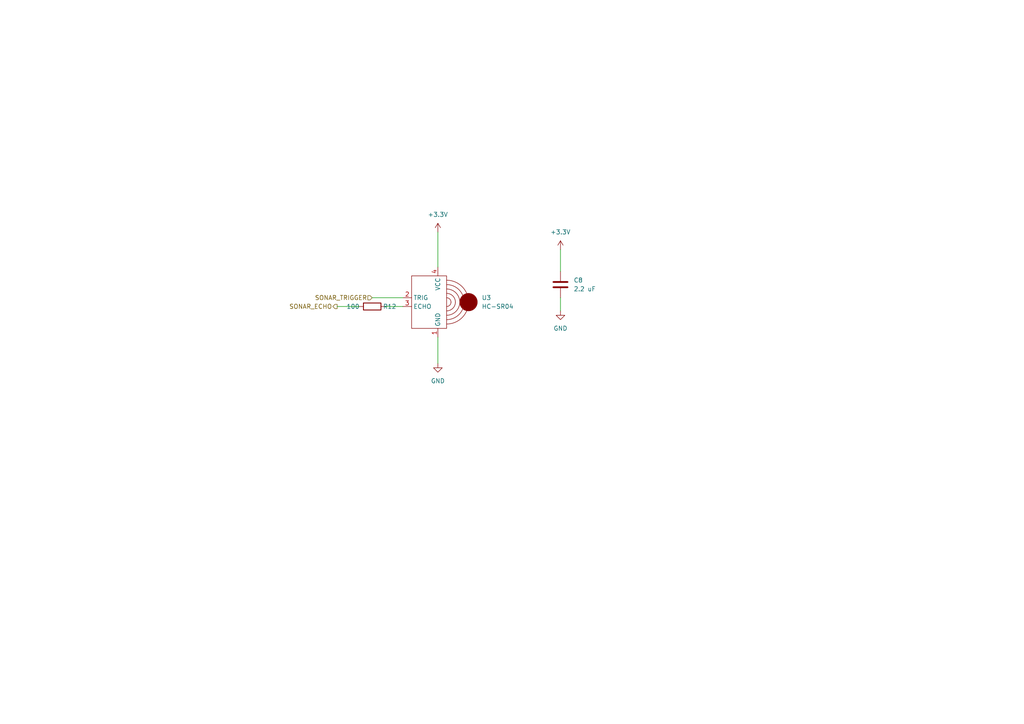
<source format=kicad_sch>
(kicad_sch (version 20230121) (generator eeschema)
  (paper "A4")
  (lib_symbols
    (symbol "Device:C" (pin_numbers hide) (pin_names (offset 0.254))
      (property "Reference" "C" (at 0.635 2.54 0))
      (property "Value" "C" (at 0.635 -2.54 0))
      (symbol "C_0_1"
        (polyline (pts (xy -2.032 -0.762) (xy 2.032 -0.762)) (stroke (width 0.508)))
        (polyline (pts (xy -2.032 0.762) (xy 2.032 0.762)) (stroke (width 0.508)))
      )
      (symbol "C_1_1"
        (pin passive line (at 0 3.81 270) (length 2.794) (name "~") (number "1"))
        (pin passive line (at 0 -3.81 90) (length 2.794) (name "~") (number "2"))
      )
    )
    (symbol "Device:R" (pin_numbers hide) (pin_names (offset 0))
      (property "Reference" "R" (at 2.032 0 90))
      (property "Value" "R" (at 0 0 90))
      (symbol "R_0_1"
        (rectangle (start -1.016 -2.54) (end 1.016 2.54) (stroke (width 0.254)))
      )
      (symbol "R_1_1"
        (pin passive line (at 0 3.81 270) (length 1.27) (name "~") (number "1"))
        (pin passive line (at 0 -3.81 90) (length 1.27) (name "~") (number "2"))
      )
    )
    (symbol "minimouse:HC-SR04"
      (property "Reference" "U" (at 0 0 0))
      (property "Value" "HC-SR04" (at 0 0 0))
      (symbol "HC-SR04_0_1"
        (rectangle (start -7.62 7.62) (end 2.54 -7.62))
        (arc (start 2.54 -6.35) (mid 7.0301 -4.4901) (end 8.89 0))
        (arc (start 2.54 -5.08) (mid 6.1321 -3.5921) (end 7.62 0))
        (arc (start 2.54 -3.81) (mid 5.2341 -2.6941) (end 6.35 0))
        (arc (start 2.54 -2.54) (mid 4.3361 -1.7961) (end 5.08 0))
        (arc (start 2.54 -1.27) (mid 3.438 -0.898) (end 3.81 0))
        (arc (start 3.81 0) (mid 3.438 0.898) (end 2.54 1.27))
        (arc (start 5.08 0) (mid 4.3361 1.7961) (end 2.54 2.54))
        (arc (start 6.35 0) (mid 5.2341 2.6941) (end 2.54 3.81))
        (arc (start 7.62 0) (mid 6.1321 3.5921) (end 2.54 5.08))
        (arc (start 8.89 0) (mid 7.0301 4.4901) (end 2.54 6.35))
      )
      (symbol "HC-SR04_1_1"
        (circle (center 8.89 0) (radius 2.54) (fill (type outline)))
        (pin power_in line (at 0 -10.16 90) (length 2.54) (name "GND") (number "1"))
        (pin input line (at -10.16 1.27 0) (length 2.54) (name "TRIG") (number "2"))
        (pin output line (at -10.16 -1.27 0) (length 2.54) (name "ECHO") (number "3"))
        (pin power_in line (at 0 10.16 270) (length 2.54) (name "VCC") (number "4"))
      )
    )
    (symbol "power:+3.3V" (power) (pin_names (offset 0))
      (property "Value" "+3.3V" (at 0 3.556 0))
      (symbol "+3.3V_0_1"
        (polyline (pts (xy -0.762 1.27) (xy 0 2.54)))
        (polyline (pts (xy 0 0) (xy 0 2.54)))
        (polyline (pts (xy 0 2.54) (xy 0.762 1.27)))
      )
      (symbol "+3.3V_1_1"
        (pin power_in line (at 0 0 90) (length 0) hide (name "+3.3V") (number "1"))
      )
    )
    (symbol "power:GND" (power) (pin_names (offset 0))
      (property "Value" "GND" (at 0 -3.81 0))
      (symbol "GND_0_1"
        (polyline (pts (xy 0 0) (xy 0 -1.27) (xy 1.27 -1.27) (xy 0 -2.54) (xy -1.27 -1.27) (xy 0 -1.27)))
      )
      (symbol "GND_1_1"
        (pin power_in line (at 0 0 270) (length 0) hide (name "GND") (number "1"))
      )
    )
  )
  (wire (pts (xy 162.56 72.39) (xy 162.56 78.74)))
  (wire (pts (xy 127 97.79) (xy 127 105.41)))
  (wire (pts (xy 127 67.31) (xy 127 77.47)))
  (wire (pts (xy 107.95 86.36) (xy 116.84 86.36)))
  (wire (pts (xy 111.76 88.9) (xy 116.84 88.9)))
  (wire (pts (xy 162.56 86.36) (xy 162.56 90.17)))
  (wire (pts (xy 97.79 88.9) (xy 104.14 88.9)))
  (hierarchical_label "SONAR_TRIGGER" (shape input) (at 107.95 86.36 180))
  (hierarchical_label "SONAR_ECHO" (shape output) (at 97.79 88.9 180))
  (symbol (lib_id "Device:R") (at 107.95 88.9 90) (unit 1)
    (property "Reference" "R12" (at 113.03 88.9 90))
    (property "Value" "100 " (at 102.87 88.9 90))
    (property "Footprint" "Resistor_SMD:R_0603_1608Metric" (effects hide))
  )
  (symbol (lib_id "minimouse:HC-SR04") (at 127 87.63 0) (unit 1)
    (property "Reference" "U3" (at 139.7 86.36 0) (effects (justify left)))
    (property "Value" "HC-SR04" (at 139.7 88.9 0) (effects (justify left)))
    (property "Footprint" "minimouse:HC-SR04" (effects hide))
  )
  (symbol (lib_id "power:GND") (at 127 105.41 0) (unit 1)
    (property "Reference" "#PWR024" (effects hide))
    (property "Value" "GND" (at 127 110.49 0))
  )
  (symbol (lib_id "Device:C") (at 162.56 82.55 0) (unit 1)
    (property "Reference" "C8" (at 166.37 81.28 0) (effects (justify left)))
    (property "Value" "2.2 uF" (at 166.37 83.82 0) (effects (justify left)))
    (property "Footprint" "Capacitor_SMD:C_0603_1608Metric" (effects hide))
  )
  (symbol (lib_id "power:GND") (at 162.56 90.17 0) (unit 1)
    (property "Reference" "#PWR032" (effects hide))
    (property "Value" "GND" (at 162.56 95.25 0))
  )
  (symbol (lib_id "power:+3.3V") (at 127 67.31 0) (unit 1)
    (property "Reference" "#PWR09" (effects hide))
    (property "Value" "+3.3V" (at 127 62.23 0))
  )
  (symbol (lib_id "power:+3.3V") (at 162.56 72.39 0) (unit 1)
    (property "Reference" "#PWR016" (effects hide))
    (property "Value" "+3.3V" (at 162.56 67.31 0))
  )
)
</source>
